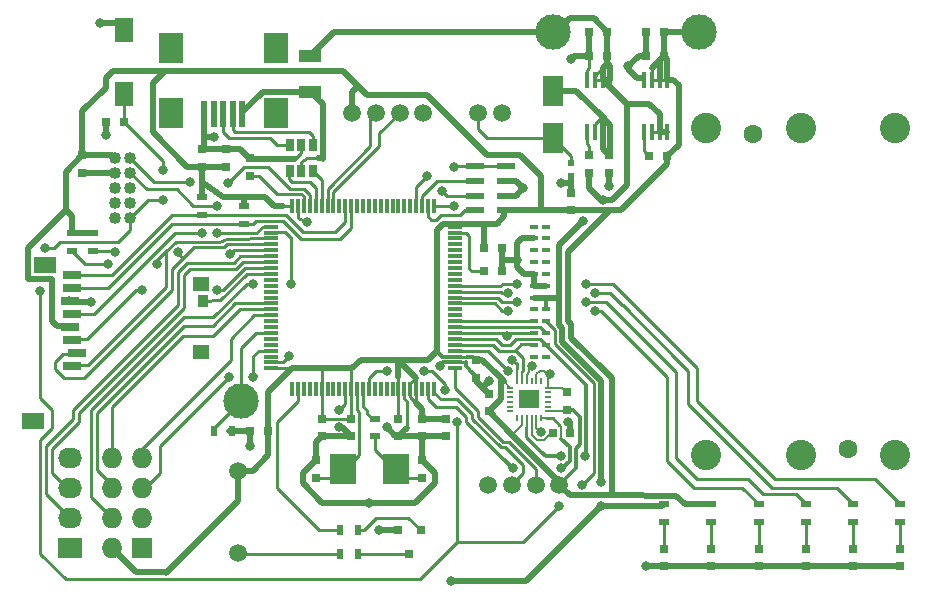
<source format=gtl>
G04 #@! TF.FileFunction,Copper,L1,Top,Signal*
%FSLAX46Y46*%
G04 Gerber Fmt 4.6, Leading zero omitted, Abs format (unit mm)*
G04 Created by KiCad (PCBNEW 4.0.0-rc1-stable) date 20/01/2016 16:24:11*
%MOMM*%
G01*
G04 APERTURE LIST*
%ADD10C,0.100000*%
%ADD11R,0.635000X0.300000*%
%ADD12C,1.600200*%
%ADD13C,2.565400*%
%ADD14R,1.400000X1.300000*%
%ADD15R,0.950000X1.000000*%
%ADD16R,1.900000X1.400000*%
%ADD17R,1.500000X0.800000*%
%ADD18R,0.750000X0.800000*%
%ADD19R,0.800000X0.750000*%
%ADD20R,0.797560X0.797560*%
%ADD21R,1.800860X2.499360*%
%ADD22R,0.650000X1.060000*%
%ADD23R,0.300000X1.200000*%
%ADD24R,1.200000X0.300000*%
%ADD25R,0.400000X1.400000*%
%ADD26R,1.500000X0.600000*%
%ADD27C,1.500000*%
%ADD28C,1.016000*%
%ADD29C,2.999740*%
%ADD30R,0.500380X2.301240*%
%ADD31R,1.998980X2.499360*%
%ADD32R,0.800100X0.800100*%
%ADD33R,0.500000X0.900000*%
%ADD34R,0.900000X0.500000*%
%ADD35R,1.600000X2.000000*%
%ADD36R,2.300000X2.500000*%
%ADD37R,0.500000X0.600000*%
%ADD38R,1.900000X1.000000*%
%ADD39R,2.032000X1.727200*%
%ADD40O,2.032000X1.727200*%
%ADD41R,1.727200X1.727200*%
%ADD42O,1.727200X1.727200*%
%ADD43R,0.600000X0.200000*%
%ADD44R,0.200000X0.600000*%
%ADD45R,1.700000X1.540000*%
%ADD46C,0.800000*%
%ADD47C,0.500000*%
%ADD48C,0.300000*%
%ADD49C,0.200000*%
%ADD50C,0.280000*%
%ADD51C,0.250000*%
G04 APERTURE END LIST*
D10*
D11*
X196000000Y-108000000D03*
X196999998Y-108000000D03*
X196000000Y-107000002D03*
X196999998Y-107000002D03*
X196000000Y-106000004D03*
X196999998Y-106000004D03*
X196000000Y-105000006D03*
X196999998Y-105000006D03*
X196000000Y-104000008D03*
X196999998Y-104000008D03*
X196000000Y-103000010D03*
X196999998Y-103000010D03*
X196000000Y-102000012D03*
X196999998Y-102000012D03*
X196000000Y-101000014D03*
X196999998Y-101000014D03*
X196000000Y-100000016D03*
X196999998Y-100000016D03*
X196000000Y-99000018D03*
X196999998Y-99000018D03*
X196000000Y-98000020D03*
X196999998Y-98000020D03*
X196000000Y-97000022D03*
X196999998Y-97000022D03*
D12*
X222559891Y-115849998D03*
X222559891Y-115849998D03*
X214559907Y-89150024D03*
X214559907Y-89150024D03*
D13*
X226559883Y-116350124D03*
X226559883Y-116350124D03*
X210559915Y-116350124D03*
X210559915Y-116350124D03*
X226560899Y-88649898D03*
X226560899Y-88649898D03*
X210558899Y-88649898D03*
X210558899Y-88649898D03*
X218559899Y-88637198D03*
X218559899Y-88637198D03*
X218559899Y-116362824D03*
X218559899Y-116362824D03*
D14*
X167748000Y-101872000D03*
D15*
X167973000Y-103262000D03*
D14*
X167748000Y-107572000D03*
D16*
X154598000Y-100272000D03*
X153598000Y-113422000D03*
D17*
X156888000Y-101062000D03*
X156888000Y-102162000D03*
X156688000Y-103262000D03*
X156888000Y-104362000D03*
X156688000Y-105462000D03*
X156888000Y-106562000D03*
X157288000Y-107662000D03*
X156888000Y-108762000D03*
D18*
X167894000Y-91936000D03*
X167894000Y-90436000D03*
X178000000Y-113250000D03*
X178000000Y-114750000D03*
X177500000Y-118250000D03*
X177500000Y-116750000D03*
X186500000Y-118250000D03*
X186500000Y-116750000D03*
D19*
X161278000Y-88138000D03*
X159778000Y-88138000D03*
D18*
X180500000Y-113250000D03*
X180500000Y-114750000D03*
X186500000Y-113250000D03*
X186500000Y-114750000D03*
X184500000Y-113250000D03*
X184500000Y-114750000D03*
X188500000Y-113250000D03*
X188500000Y-114750000D03*
X191071500Y-108279500D03*
X191071500Y-109779500D03*
D19*
X191750000Y-98778000D03*
X193250000Y-98778000D03*
X191750000Y-100778000D03*
X193250000Y-100778000D03*
D18*
X169926000Y-91936000D03*
X169926000Y-90436000D03*
X171958000Y-92698000D03*
X171958000Y-91198000D03*
D19*
X173470000Y-114300000D03*
X171970000Y-114300000D03*
D18*
X157734000Y-90944000D03*
X157734000Y-92444000D03*
D19*
X207258000Y-91047000D03*
X205758000Y-91047000D03*
X206998000Y-82550000D03*
X205498000Y-82550000D03*
X206998000Y-80518000D03*
X205498000Y-80518000D03*
D18*
X202311000Y-90944000D03*
X202311000Y-92444000D03*
X200660000Y-92444000D03*
X200660000Y-90944000D03*
D19*
X202172000Y-82550000D03*
X200672000Y-82550000D03*
X202172000Y-80518000D03*
X200672000Y-80518000D03*
D18*
X199136000Y-95619000D03*
X199136000Y-94119000D03*
D20*
X207000000Y-124250700D03*
X207000000Y-125749300D03*
X211000000Y-124250700D03*
X211000000Y-125749300D03*
X215000000Y-124250700D03*
X215000000Y-125749300D03*
X219000000Y-124250700D03*
X219000000Y-125749300D03*
X223000000Y-124250700D03*
X223000000Y-125749300D03*
X227000000Y-124250700D03*
X227000000Y-125749300D03*
D21*
X197612000Y-85504020D03*
X197612000Y-89501980D03*
D22*
X177226000Y-90086000D03*
X176276000Y-90086000D03*
X175326000Y-90086000D03*
X175326000Y-92286000D03*
X177226000Y-92286000D03*
X176276000Y-92286000D03*
D23*
X175500000Y-110750000D03*
X176000000Y-110750000D03*
X176500000Y-110750000D03*
X177000000Y-110750000D03*
X177500000Y-110750000D03*
X178000000Y-110750000D03*
X178500000Y-110750000D03*
X179000000Y-110750000D03*
X179500000Y-110750000D03*
X180000000Y-110750000D03*
X180500000Y-110750000D03*
X181000000Y-110750000D03*
X181500000Y-110750000D03*
X182000000Y-110750000D03*
X182500000Y-110750000D03*
X183000000Y-110750000D03*
X183500000Y-110750000D03*
X184000000Y-110750000D03*
X184500000Y-110750000D03*
X185000000Y-110750000D03*
X185500000Y-110750000D03*
X186000000Y-110750000D03*
X186500000Y-110750000D03*
X187000000Y-110750000D03*
X187500000Y-110750000D03*
D24*
X189250000Y-109000000D03*
X189250000Y-108500000D03*
X189250000Y-108000000D03*
X189250000Y-107500000D03*
X189250000Y-107000000D03*
X189250000Y-106500000D03*
X189250000Y-106000000D03*
X189250000Y-105500000D03*
X189250000Y-105000000D03*
X189250000Y-104500000D03*
X189250000Y-104000000D03*
X189250000Y-103500000D03*
X189250000Y-103000000D03*
X189250000Y-102500000D03*
X189250000Y-102000000D03*
X189250000Y-101500000D03*
X189250000Y-101000000D03*
X189250000Y-100500000D03*
X189250000Y-100000000D03*
X189250000Y-99500000D03*
X189250000Y-99000000D03*
X189250000Y-98500000D03*
X189250000Y-98000000D03*
X189250000Y-97500000D03*
X189250000Y-97000000D03*
D23*
X187500000Y-95250000D03*
X187000000Y-95250000D03*
X186500000Y-95250000D03*
X186000000Y-95250000D03*
X185500000Y-95250000D03*
X185000000Y-95250000D03*
X184500000Y-95250000D03*
X184000000Y-95250000D03*
X183500000Y-95250000D03*
X183000000Y-95250000D03*
X182500000Y-95250000D03*
X182000000Y-95250000D03*
X181500000Y-95250000D03*
X181000000Y-95250000D03*
X180500000Y-95250000D03*
X180000000Y-95250000D03*
X179500000Y-95250000D03*
X179000000Y-95250000D03*
X178500000Y-95250000D03*
X178000000Y-95250000D03*
X177500000Y-95250000D03*
X177000000Y-95250000D03*
X176500000Y-95250000D03*
X176000000Y-95250000D03*
X175500000Y-95250000D03*
D24*
X173750000Y-97000000D03*
X173750000Y-97500000D03*
X173750000Y-98000000D03*
X173750000Y-98500000D03*
X173750000Y-99000000D03*
X173750000Y-99500000D03*
X173750000Y-100000000D03*
X173750000Y-100500000D03*
X173750000Y-101000000D03*
X173750000Y-101500000D03*
X173750000Y-102000000D03*
X173750000Y-102500000D03*
X173750000Y-103000000D03*
X173750000Y-103500000D03*
X173750000Y-104000000D03*
X173750000Y-104500000D03*
X173750000Y-105000000D03*
X173750000Y-105500000D03*
X173750000Y-106000000D03*
X173750000Y-106500000D03*
X173750000Y-107000000D03*
X173750000Y-107500000D03*
X173750000Y-108000000D03*
X173750000Y-108500000D03*
X173750000Y-109000000D03*
D25*
X207258000Y-84547000D03*
X206608000Y-84547000D03*
X205958000Y-84547000D03*
X205308000Y-84547000D03*
X205308000Y-88947000D03*
X205958000Y-88947000D03*
X206608000Y-88947000D03*
X207258000Y-88947000D03*
X202438000Y-84582000D03*
X201788000Y-84582000D03*
X201138000Y-84582000D03*
X200488000Y-84582000D03*
X200488000Y-88982000D03*
X201138000Y-88982000D03*
X201788000Y-88982000D03*
X202438000Y-88982000D03*
D26*
X193621000Y-95631000D03*
X193621000Y-94381000D03*
X193621000Y-93131000D03*
X191021000Y-93131000D03*
X191021000Y-94381000D03*
X191021000Y-95631000D03*
X193621000Y-91881000D03*
X191021000Y-91881000D03*
D27*
X180594000Y-87376000D03*
X182594000Y-87376000D03*
X184594000Y-87376000D03*
X186594000Y-87376000D03*
D28*
X160528000Y-91186000D03*
X161798000Y-91186000D03*
X160528000Y-92456000D03*
X161798000Y-92456000D03*
X160528000Y-93726000D03*
X161798000Y-93726000D03*
X160528000Y-94996000D03*
X161798000Y-94996000D03*
X160528000Y-96266000D03*
X161798000Y-96266000D03*
D27*
X198120000Y-118872000D03*
X196120000Y-118872000D03*
X194120000Y-118872000D03*
X192120000Y-118872000D03*
D29*
X209931000Y-80487000D03*
D30*
X171262200Y-87449320D03*
X170462100Y-87449320D03*
X169662000Y-87449320D03*
X168861900Y-87449320D03*
X168061800Y-87449320D03*
D31*
X174112080Y-87350260D03*
X174112080Y-81851160D03*
X165211920Y-87350260D03*
X165211920Y-81851160D03*
D32*
X186370000Y-122697240D03*
X184470000Y-122697240D03*
X185420000Y-124696220D03*
D33*
X170422000Y-114300000D03*
X168922000Y-114300000D03*
D34*
X182500000Y-113250000D03*
X182500000Y-114750000D03*
X171450000Y-95262000D03*
X171450000Y-96762000D03*
X167894000Y-94500000D03*
X167894000Y-96000000D03*
X156845000Y-97548000D03*
X156845000Y-99048000D03*
X158623000Y-97548000D03*
X158623000Y-99048000D03*
X207000000Y-122000000D03*
X207000000Y-120500000D03*
X211000000Y-122000000D03*
X211000000Y-120500000D03*
X215000000Y-122000000D03*
X215000000Y-120500000D03*
X219000000Y-122000000D03*
X219000000Y-120500000D03*
X223000000Y-122000000D03*
X223000000Y-120500000D03*
X227000000Y-122000000D03*
X227000000Y-120500000D03*
D33*
X181090000Y-122682000D03*
X179590000Y-122682000D03*
X181090000Y-124714000D03*
X179590000Y-124714000D03*
D27*
X170942000Y-117658000D03*
X170942000Y-124658000D03*
D35*
X161290000Y-85758000D03*
X161290000Y-80358000D03*
D29*
X171196000Y-111760000D03*
X197612000Y-80518000D03*
D36*
X179800000Y-117500000D03*
X184300000Y-117500000D03*
D37*
X199136000Y-92710000D03*
X199136000Y-91610000D03*
D38*
X177038000Y-82574000D03*
X177038000Y-85574000D03*
D27*
X191262000Y-87376000D03*
X193262000Y-87376000D03*
D39*
X156718000Y-124206000D03*
D40*
X156718000Y-121666000D03*
X156718000Y-119126000D03*
X156718000Y-116586000D03*
D41*
X162814000Y-124206000D03*
D42*
X160274000Y-124206000D03*
X162814000Y-121666000D03*
X160274000Y-121666000D03*
X162814000Y-119126000D03*
X160274000Y-119126000D03*
X162814000Y-116586000D03*
X160274000Y-116586000D03*
D19*
X199060500Y-114490500D03*
X197560500Y-114490500D03*
D18*
X198755000Y-111010000D03*
X198755000Y-112510000D03*
X192151000Y-112637000D03*
X192151000Y-111137000D03*
D43*
X193980000Y-110633000D03*
X193980000Y-111033000D03*
X193980000Y-111433000D03*
X193980000Y-111833000D03*
X193980000Y-112233000D03*
X193980000Y-112633000D03*
D44*
X194580000Y-113233000D03*
X194980000Y-113233000D03*
X195380000Y-113233000D03*
X195780000Y-113233000D03*
X196180000Y-113233000D03*
X196580000Y-113233000D03*
D43*
X197180000Y-112633000D03*
X197180000Y-112233000D03*
X197180000Y-111833000D03*
X197180000Y-111433000D03*
X197180000Y-111033000D03*
X197180000Y-110633000D03*
D44*
X196580000Y-110033000D03*
X196180000Y-110033000D03*
X195780000Y-110033000D03*
X195380000Y-110033000D03*
X194980000Y-110033000D03*
X194580000Y-110033000D03*
D45*
X195580000Y-111633000D03*
D46*
X159250000Y-79750000D03*
X198882000Y-113538000D03*
X192151000Y-110109000D03*
X197358000Y-109474000D03*
X196532500Y-114363500D03*
X188023500Y-108775500D03*
X181991000Y-120396000D03*
X199136000Y-82804000D03*
X182880000Y-122682000D03*
X159766000Y-89281000D03*
X168910000Y-89408000D03*
X175260000Y-107950000D03*
X194564000Y-99822000D03*
X158496000Y-103378000D03*
X205486000Y-125730000D03*
X195072000Y-93726000D03*
X171958000Y-115570000D03*
X176784000Y-96647000D03*
X198247000Y-93345000D03*
X203962000Y-83439000D03*
X202311000Y-93599000D03*
X183500000Y-114000000D03*
X179500000Y-114000000D03*
X179500000Y-112500000D03*
X198120000Y-120650000D03*
X200025000Y-118872000D03*
X154178000Y-102489000D03*
X154559000Y-98806000D03*
X188468000Y-110871000D03*
X183515000Y-109220000D03*
X186626500Y-109220000D03*
X189484000Y-113538000D03*
X164592000Y-92202000D03*
X164592000Y-94742000D03*
X201676000Y-118618000D03*
X201676000Y-120650000D03*
X201803000Y-94742000D03*
X200152000Y-96520000D03*
X188976000Y-127000000D03*
X194564000Y-101854000D03*
X200406000Y-101854000D03*
X201168000Y-104140000D03*
X193802000Y-104140000D03*
X200406000Y-103378000D03*
X194564000Y-103378000D03*
X200279000Y-116459000D03*
X198247000Y-116459000D03*
X193675000Y-106235500D03*
X194119500Y-108267500D03*
X172212000Y-109728000D03*
X170180000Y-109728000D03*
X189230000Y-95250000D03*
X189230000Y-91948000D03*
X186944000Y-92710000D03*
X188214000Y-93980000D03*
X166878000Y-93218000D03*
X170053000Y-93345000D03*
X169164000Y-95250000D03*
X169164000Y-97536000D03*
X172212000Y-101854000D03*
X175387000Y-101854000D03*
X159893000Y-100203000D03*
X164084000Y-100203000D03*
X160528000Y-99187000D03*
X165862000Y-99187000D03*
X170281600Y-99314000D03*
X167894000Y-97536000D03*
X162814000Y-102362000D03*
X169164000Y-102362000D03*
X201168000Y-102616000D03*
X193802000Y-102616000D03*
X194183000Y-117475000D03*
X198247000Y-117475000D03*
X195834000Y-108839000D03*
X193802000Y-109220000D03*
D47*
X164719000Y-83820000D02*
X160320000Y-83820000D01*
X157750000Y-87250000D02*
X157750000Y-90928000D01*
X159750000Y-85250000D02*
X157750000Y-87250000D01*
X159750000Y-84390000D02*
X159750000Y-85250000D01*
X160320000Y-83820000D02*
X159750000Y-84390000D01*
X157750000Y-90928000D02*
X157734000Y-90944000D01*
X198120000Y-118618000D02*
X194119500Y-114617500D01*
D48*
X199898000Y-113157000D02*
X199898000Y-115443000D01*
X198755000Y-112510000D02*
X199251000Y-112510000D01*
X199251000Y-112510000D02*
X199898000Y-113157000D01*
X199517000Y-117475000D02*
X198120000Y-118872000D01*
X199517000Y-115824000D02*
X199517000Y-117475000D01*
X199898000Y-115443000D02*
X199517000Y-115824000D01*
D47*
X202564648Y-119752267D02*
X202564648Y-109854648D01*
X202057030Y-109347030D02*
X199136000Y-106426000D01*
X199136000Y-106426000D02*
X199136000Y-105283000D01*
X199136000Y-105283000D02*
X198882000Y-105029000D01*
X198882000Y-105029000D02*
X198882000Y-99184462D01*
X202564648Y-109854648D02*
X202057030Y-109347030D01*
D49*
X197180000Y-112633000D02*
X198632000Y-112633000D01*
X198632000Y-112633000D02*
X198755000Y-112510000D01*
D47*
X193167000Y-109855000D02*
X193167000Y-111621000D01*
X193167000Y-111621000D02*
X192151000Y-112637000D01*
X194119500Y-114617500D02*
X194119500Y-114605500D01*
X194119500Y-114605500D02*
X192151000Y-112637000D01*
D49*
X194980000Y-113233000D02*
X194980000Y-113757000D01*
X194980000Y-113757000D02*
X194119500Y-114617500D01*
D47*
X198120000Y-118872000D02*
X198120000Y-118618000D01*
D49*
X193980000Y-110633000D02*
X193945000Y-110633000D01*
X193945000Y-110633000D02*
X193421000Y-110109000D01*
D47*
X191071500Y-108279500D02*
X191591500Y-108279500D01*
X191591500Y-108279500D02*
X192913000Y-109601000D01*
X192913000Y-109601000D02*
X193167000Y-109855000D01*
X193167000Y-109855000D02*
X193421000Y-110109000D01*
X193421000Y-110109000D02*
X193294000Y-109982000D01*
X184500000Y-108300000D02*
X186968200Y-108300000D01*
X186968200Y-108300000D02*
X187750000Y-107518200D01*
D48*
X189250000Y-108000000D02*
X188231800Y-108000000D01*
X188231800Y-108000000D02*
X187750000Y-107518200D01*
D47*
X188250000Y-96750000D02*
X189250000Y-96750000D01*
X187750000Y-97250000D02*
X187750000Y-107518200D01*
X188250000Y-96750000D02*
X187750000Y-97250000D01*
X198120000Y-118872000D02*
X197866000Y-118872000D01*
D48*
X190792800Y-108000800D02*
X190296800Y-108000800D01*
D50*
X190296800Y-108000800D02*
X189250000Y-108000000D01*
D48*
X190792800Y-108000800D02*
X191071500Y-108279500D01*
D47*
X198882000Y-99184462D02*
X202438007Y-95628455D01*
X198882000Y-99184462D02*
X198882000Y-99187000D01*
X180467000Y-109000000D02*
X180560000Y-109000000D01*
X180560000Y-109000000D02*
X181310000Y-108250000D01*
X178000000Y-109000000D02*
X180467000Y-109000000D01*
X180467000Y-109000000D02*
X180500000Y-109000000D01*
X208018500Y-119768500D02*
X208750000Y-120500000D01*
X211000000Y-120500000D02*
X208750000Y-120500000D01*
X202057030Y-119750756D02*
X202564648Y-119752267D01*
X198120000Y-118872000D02*
X198998000Y-119750000D01*
X198998000Y-119750000D02*
X202057030Y-119750756D01*
X202564648Y-119752267D02*
X208018500Y-119768500D01*
X164846000Y-126238000D02*
X162306000Y-126238000D01*
X162306000Y-126238000D02*
X160274000Y-124206000D01*
X164890998Y-126238000D02*
X164846000Y-126238000D01*
X170942000Y-117658000D02*
X170942000Y-120186998D01*
X164846000Y-126282998D02*
X164846000Y-126238000D01*
X164846000Y-126238000D02*
X164846000Y-126238000D01*
X170942000Y-120186998D02*
X164846000Y-126282998D01*
X173470000Y-115570000D02*
X173470000Y-116344000D01*
X172156000Y-117658000D02*
X170942000Y-117658000D01*
X173470000Y-116344000D02*
X172156000Y-117658000D01*
X153162000Y-99695000D02*
X153162000Y-101473000D01*
X153162000Y-99695000D02*
X153162000Y-98806000D01*
X156337000Y-95631000D02*
X153162000Y-98806000D01*
X155575000Y-105410000D02*
X156636000Y-105410000D01*
X155194000Y-105029000D02*
X155575000Y-105410000D01*
X155194000Y-101473000D02*
X155194000Y-105029000D01*
X153162000Y-101473000D02*
X155194000Y-101473000D01*
X156845000Y-97548000D02*
X158623000Y-97548000D01*
X156337000Y-95631000D02*
X156845000Y-96139000D01*
X156845000Y-96139000D02*
X156845000Y-97548000D01*
X184500000Y-108300000D02*
X184500000Y-109728000D01*
D50*
X184500000Y-109728000D02*
X184500000Y-110750000D01*
D47*
X185975000Y-109775000D02*
X184500000Y-108300000D01*
X184500000Y-108300000D02*
X184500000Y-108250000D01*
D50*
X185500000Y-110250000D02*
X185975000Y-109775000D01*
X186000000Y-110750000D02*
X185975000Y-109775000D01*
D47*
X164846000Y-126238000D02*
X164846000Y-126238000D01*
X164719000Y-83820000D02*
X163703000Y-84836000D01*
X164973000Y-83820000D02*
X164719000Y-83820000D01*
X163703000Y-84836000D02*
X163703000Y-89027000D01*
X163703000Y-89027000D02*
X166624000Y-91948000D01*
X166624000Y-91948000D02*
X166636000Y-91936000D01*
X166636000Y-91936000D02*
X167894000Y-91936000D01*
X170688000Y-83820000D02*
X164973000Y-83820000D01*
X179578000Y-83820000D02*
X170688000Y-83820000D01*
X179832000Y-83820000D02*
X181102000Y-85090000D01*
X179578000Y-83820000D02*
X179832000Y-83820000D01*
X167894000Y-91936000D02*
X169926000Y-91936000D01*
X167894000Y-93218000D02*
X167894000Y-94500000D01*
X156337000Y-95631000D02*
X156337000Y-92341000D01*
X156337000Y-92341000D02*
X157734000Y-90944000D01*
X156636000Y-105410000D02*
X156688000Y-105462000D01*
X167894000Y-93218000D02*
X167894000Y-93230000D01*
X167894000Y-93230000D02*
X167894000Y-91936000D01*
X157734000Y-90944000D02*
X157722000Y-90932000D01*
X160528000Y-91186000D02*
X160286000Y-90944000D01*
X160286000Y-90944000D02*
X157734000Y-90944000D01*
X171450000Y-95262000D02*
X171450000Y-94488000D01*
X167894000Y-93218000D02*
X167906000Y-93206000D01*
X167894000Y-93218000D02*
X169672000Y-94488000D01*
X169672000Y-94488000D02*
X170434000Y-94488000D01*
X180594000Y-87376000D02*
X180594000Y-85598000D01*
X180594000Y-85598000D02*
X181102000Y-85090000D01*
X181102000Y-85090000D02*
X181864000Y-85852000D01*
X192278000Y-90932000D02*
X192024000Y-90932000D01*
X192278000Y-90932000D02*
X194818000Y-90932000D01*
X194818000Y-90932000D02*
X196596000Y-92710000D01*
X196596000Y-95619000D02*
X196596000Y-92710000D01*
X192024000Y-90932000D02*
X186944000Y-85852000D01*
X181864000Y-85852000D02*
X186944000Y-85852000D01*
X180594000Y-87376000D02*
X180594000Y-87122000D01*
D50*
X178000000Y-110750000D02*
X178000000Y-109000000D01*
X180500000Y-110750000D02*
X180500000Y-109000000D01*
D47*
X175480000Y-109000000D02*
X178000000Y-109000000D01*
X181310000Y-108250000D02*
X184500000Y-108250000D01*
X173470000Y-115582000D02*
X173470000Y-115570000D01*
X173470000Y-115570000D02*
X173470000Y-114300000D01*
X173470000Y-114300000D02*
X173470000Y-111010000D01*
X173470000Y-111010000D02*
X175480000Y-109000000D01*
D50*
X175500000Y-95250000D02*
X174752000Y-95250000D01*
D47*
X170434000Y-94488000D02*
X171450000Y-94488000D01*
X171450000Y-94488000D02*
X173228000Y-94488000D01*
X173228000Y-94488000D02*
X173990000Y-95250000D01*
X173990000Y-95250000D02*
X174752000Y-95250000D01*
X191750000Y-98778000D02*
X191750000Y-96750000D01*
X189250000Y-96750000D02*
X191750000Y-96750000D01*
X191750000Y-96750000D02*
X192810000Y-96750000D01*
X193421000Y-96139000D02*
X193421000Y-95631000D01*
X192810000Y-96750000D02*
X193421000Y-96139000D01*
X199136000Y-95619000D02*
X196596000Y-95619000D01*
X196596000Y-95619000D02*
X193433000Y-95619000D01*
X193433000Y-95619000D02*
X193421000Y-95631000D01*
X207258000Y-91047000D02*
X207258000Y-91700000D01*
X207258000Y-91700000D02*
X203327000Y-95631000D01*
X203327000Y-95631000D02*
X202438007Y-95628455D01*
X202438007Y-95628455D02*
X202311008Y-95628091D01*
X202311008Y-95628091D02*
X199136000Y-95619000D01*
D50*
X207258000Y-84547000D02*
X205958000Y-84547000D01*
D47*
X207258000Y-84547000D02*
X207258000Y-82810000D01*
X207258000Y-82810000D02*
X206998000Y-82550000D01*
X206608000Y-84547000D02*
X206608000Y-82940000D01*
X206608000Y-82940000D02*
X206998000Y-82550000D01*
D50*
X205958000Y-84547000D02*
X205958000Y-83590000D01*
D47*
X205958000Y-83590000D02*
X206998000Y-82550000D01*
X206998000Y-80518000D02*
X209900000Y-80518000D01*
X209900000Y-80518000D02*
X209931000Y-80487000D01*
X206998000Y-82550000D02*
X206998000Y-80518000D01*
D50*
X173750000Y-109000000D02*
X175480000Y-109000000D01*
D47*
X184500000Y-108250000D02*
X184500000Y-108250000D01*
D50*
X189250000Y-97000000D02*
X189250000Y-96750000D01*
D47*
X189250000Y-96750000D02*
X189250000Y-96750000D01*
D50*
X185500000Y-110750000D02*
X185500000Y-110250000D01*
D47*
X208258000Y-85047000D02*
X208258000Y-90047000D01*
X207258000Y-84547000D02*
X207758000Y-84547000D01*
X207758000Y-84547000D02*
X208258000Y-85047000D01*
X208258000Y-90047000D02*
X207258000Y-91047000D01*
D50*
X178000000Y-113250000D02*
X180500000Y-113250000D01*
D47*
X188500000Y-113250000D02*
X186500000Y-113250000D01*
D51*
X185500000Y-111463590D02*
X186249945Y-112213535D01*
D47*
X186249945Y-112213535D02*
X186500000Y-112463590D01*
D50*
X186000000Y-110750000D02*
X186000000Y-111963590D01*
D47*
X186000000Y-111963590D02*
X186249945Y-112213535D01*
D51*
X185500000Y-110750000D02*
X185500000Y-111463590D01*
D47*
X186500000Y-112463590D02*
X186500000Y-112600000D01*
X186500000Y-112600000D02*
X186500000Y-113250000D01*
D50*
X178000000Y-110750000D02*
X178000000Y-111600000D01*
X178000000Y-111600000D02*
X178000000Y-113250000D01*
X184500000Y-110750000D02*
X184500000Y-113250000D01*
X180500000Y-110750000D02*
X180500000Y-113250000D01*
D47*
X159250000Y-79750000D02*
X160682000Y-79750000D01*
X160682000Y-79750000D02*
X161290000Y-80358000D01*
X199060500Y-114490500D02*
X199060500Y-113716500D01*
D49*
X197180000Y-110633000D02*
X198378000Y-110633000D01*
X198378000Y-110633000D02*
X198755000Y-111010000D01*
D47*
X191510000Y-110496000D02*
X191764000Y-110496000D01*
X191764000Y-110496000D02*
X192151000Y-110109000D01*
X191071500Y-109779500D02*
X191071500Y-110057500D01*
X191071500Y-110057500D02*
X191510000Y-110496000D01*
X191510000Y-110496000D02*
X192151000Y-111137000D01*
D49*
X197180000Y-109601000D02*
X197231000Y-109601000D01*
X197231000Y-109601000D02*
X197358000Y-109474000D01*
X196469000Y-109220000D02*
X196850000Y-109220000D01*
X196180000Y-109509000D02*
X196469000Y-109220000D01*
X196180000Y-110033000D02*
X196180000Y-109509000D01*
X197180000Y-109550000D02*
X197180000Y-109601000D01*
X197180000Y-109601000D02*
X197180000Y-110633000D01*
X196850000Y-109220000D02*
X197180000Y-109550000D01*
X198806500Y-113613500D02*
X198882000Y-113538000D01*
X196180000Y-113233000D02*
X196180000Y-114011000D01*
X196180000Y-114011000D02*
X196532500Y-114363500D01*
D48*
X189250000Y-108500000D02*
X188299000Y-108500000D01*
X188299000Y-108500000D02*
X188023500Y-108775500D01*
X191071500Y-109779500D02*
X191071500Y-109664500D01*
X191071500Y-109664500D02*
X190588900Y-109181900D01*
X190588900Y-109181900D02*
X190500000Y-109093000D01*
X190246000Y-108500000D02*
X190246000Y-108839000D01*
D50*
X189250000Y-108500000D02*
X190246000Y-108500000D01*
D48*
X190246000Y-108839000D02*
X190500000Y-109093000D01*
D47*
X187579000Y-118745000D02*
X185928000Y-120396000D01*
X176403000Y-117856000D02*
X176403000Y-118745000D01*
X176403000Y-118745000D02*
X178054000Y-120396000D01*
X187579000Y-117856000D02*
X187579000Y-117829000D01*
X187579000Y-117829000D02*
X186500000Y-116750000D01*
X177500000Y-116750000D02*
X177500000Y-116759000D01*
X177500000Y-116759000D02*
X176403000Y-117856000D01*
X178054000Y-120396000D02*
X181991000Y-120396000D01*
X181991000Y-120396000D02*
X185928000Y-120396000D01*
X187579000Y-118745000D02*
X187579000Y-117856000D01*
X200672000Y-82550000D02*
X199390000Y-82550000D01*
X199390000Y-82550000D02*
X199136000Y-82804000D01*
X184470000Y-122697240D02*
X182895240Y-122697240D01*
X182895240Y-122697240D02*
X182880000Y-122682000D01*
X159778000Y-88138000D02*
X159766000Y-88150000D01*
X159766000Y-88150000D02*
X159766000Y-89281000D01*
X161290000Y-80358000D02*
X161196000Y-80264000D01*
X168910000Y-89408000D02*
X168021000Y-89408000D01*
X168061800Y-87449320D02*
X168021000Y-87490120D01*
X168021000Y-87490120D02*
X168021000Y-89408000D01*
X168021000Y-89408000D02*
X168021000Y-90309000D01*
X168021000Y-90309000D02*
X167894000Y-90436000D01*
D50*
X174710000Y-108500000D02*
X175260000Y-107950000D01*
X173750000Y-108500000D02*
X174710000Y-108500000D01*
D47*
X196000000Y-98000020D02*
X194988980Y-98000020D01*
X194988980Y-98000020D02*
X194564000Y-98425000D01*
X194564000Y-98425000D02*
X194564000Y-99822000D01*
X161290000Y-80772000D02*
X161290000Y-80358000D01*
X156688000Y-103262000D02*
X156804000Y-103378000D01*
X156804000Y-103378000D02*
X158496000Y-103378000D01*
X156636000Y-103124000D02*
X156688000Y-103176000D01*
X207000000Y-125749300D02*
X206980700Y-125730000D01*
X206980700Y-125730000D02*
X205486000Y-125730000D01*
X175704000Y-91250000D02*
X171912000Y-91250000D01*
D50*
X176276000Y-90086000D02*
X176276000Y-90805000D01*
X176276000Y-90805000D02*
X175704000Y-91250000D01*
D47*
X167894000Y-90436000D02*
X169926000Y-90436000D01*
X169926000Y-90436000D02*
X169938000Y-90424000D01*
X169938000Y-90424000D02*
X171086000Y-90424000D01*
X171086000Y-90424000D02*
X171912000Y-91250000D01*
X157734000Y-92444000D02*
X157746000Y-92456000D01*
X157746000Y-92456000D02*
X160528000Y-92456000D01*
X193421000Y-93131000D02*
X194477000Y-93131000D01*
X194417000Y-94381000D02*
X193421000Y-94381000D01*
X194417000Y-94381000D02*
X195072000Y-93726000D01*
X194477000Y-93131000D02*
X195072000Y-93726000D01*
X170180000Y-114288000D02*
X171958000Y-114288000D01*
X171958000Y-114288000D02*
X171958000Y-115570000D01*
D50*
X176000000Y-95250000D02*
X176000000Y-96244000D01*
X176000000Y-96244000D02*
X176784000Y-96647000D01*
D47*
X198247000Y-93345000D02*
X199136000Y-93345000D01*
X194564000Y-99822000D02*
X194564000Y-100457000D01*
X195107014Y-101000014D02*
X196000000Y-101000014D01*
X194564000Y-100457000D02*
X195107014Y-101000014D01*
X194564000Y-99822000D02*
X193250000Y-99822000D01*
X199136000Y-92710000D02*
X199136000Y-93345000D01*
X199136000Y-93345000D02*
X199136000Y-94119000D01*
X205216000Y-84455000D02*
X204724000Y-84455000D01*
X203962000Y-83693000D02*
X204724000Y-84455000D01*
X204851000Y-82550000D02*
X203962000Y-83439000D01*
X204851000Y-82550000D02*
X205498000Y-82550000D01*
X203962000Y-83439000D02*
X203962000Y-83693000D01*
D50*
X205216000Y-84455000D02*
X205308000Y-84547000D01*
D47*
X202311000Y-92444000D02*
X202311000Y-93599000D01*
D50*
X200672000Y-82550000D02*
X200672000Y-83554000D01*
X200488000Y-83738000D02*
X200488000Y-84582000D01*
X200672000Y-83554000D02*
X200488000Y-83738000D01*
D47*
X205498000Y-80518000D02*
X205498000Y-82550000D01*
X200672000Y-80518000D02*
X200672000Y-82550000D01*
X223000000Y-125749300D02*
X227000000Y-125749300D01*
X223000000Y-125749300D02*
X219000000Y-125749300D01*
X215000000Y-125749300D02*
X219000000Y-125749300D01*
X211000000Y-125749300D02*
X215000000Y-125749300D01*
X207000000Y-125749300D02*
X211000000Y-125749300D01*
X227000000Y-125749300D02*
X226500700Y-125749300D01*
X226500700Y-125749300D02*
X226500000Y-125750000D01*
X226500000Y-125750000D02*
X226500000Y-125749300D01*
X184500000Y-114750000D02*
X184250000Y-114750000D01*
X184250000Y-114750000D02*
X183500000Y-114000000D01*
X179500000Y-114000000D02*
X179750000Y-114000000D01*
X179750000Y-114000000D02*
X180500000Y-114750000D01*
D50*
X180000000Y-110750000D02*
X180000000Y-112000000D01*
X180000000Y-112000000D02*
X179500000Y-112500000D01*
D47*
X193225000Y-98778000D02*
X193250000Y-98778000D01*
X186500000Y-114750000D02*
X186500000Y-116750000D01*
X177500000Y-116750000D02*
X177500000Y-115250000D01*
X177500000Y-115250000D02*
X178000000Y-114750000D01*
X195999988Y-102000000D02*
X196000000Y-102000012D01*
X195822200Y-101000014D02*
X196000000Y-101000014D01*
X196000000Y-102000012D02*
X196000000Y-101000014D01*
X196000000Y-102000012D02*
X196999998Y-102000012D01*
X193250000Y-98778000D02*
X193250000Y-99822000D01*
X193250000Y-99822000D02*
X193250000Y-100778000D01*
X186500000Y-114750000D02*
X184500000Y-114750000D01*
X188500000Y-114750000D02*
X186500000Y-114750000D01*
X178000000Y-114750000D02*
X180500000Y-114750000D01*
D50*
X185000000Y-110750000D02*
X185000000Y-111600000D01*
D51*
X185000000Y-111600000D02*
X185200001Y-111800001D01*
X185200001Y-111800001D02*
X185200001Y-114024999D01*
D47*
X185200001Y-114024999D02*
X184500000Y-114725000D01*
X184500000Y-114725000D02*
X184500000Y-114750000D01*
X180500000Y-114725000D02*
X180500000Y-114750000D01*
D49*
X196189950Y-113252948D02*
X196170002Y-113233000D01*
X196170002Y-113233000D02*
X196180000Y-113233000D01*
D50*
X180000000Y-117500000D02*
X181200001Y-116299999D01*
X181000000Y-111600000D02*
X181000000Y-110750000D01*
X181000000Y-112500000D02*
X181000000Y-111600000D01*
D51*
X181200001Y-112700001D02*
X181000000Y-112500000D01*
X181200001Y-116299999D02*
X181200001Y-112700001D01*
D50*
X177500000Y-118250000D02*
X179250000Y-118250000D01*
X179250000Y-118250000D02*
X180000000Y-117500000D01*
X184100000Y-117500000D02*
X182500000Y-115900000D01*
X182500000Y-115900000D02*
X182500000Y-114750000D01*
X186500000Y-118250000D02*
X184850000Y-118250000D01*
X184850000Y-118250000D02*
X184100000Y-117500000D01*
X184000000Y-117400000D02*
X184100000Y-117500000D01*
X200533000Y-109728000D02*
X197739000Y-106934000D01*
X197739000Y-106934000D02*
X197739000Y-105739008D01*
X196999998Y-105000006D02*
X197739000Y-105739008D01*
X195072000Y-123698000D02*
X189484000Y-123698000D01*
X195072000Y-123698000D02*
X198120000Y-120650000D01*
X201041000Y-110236000D02*
X200533000Y-109728000D01*
X201041000Y-117856000D02*
X201041000Y-110236000D01*
X200025000Y-118872000D02*
X201041000Y-117856000D01*
X189484000Y-120396000D02*
X189484000Y-113538000D01*
X154178000Y-110236000D02*
X154178000Y-111506000D01*
X155829000Y-98298000D02*
X155321000Y-98806000D01*
X161798000Y-97282000D02*
X160782000Y-98298000D01*
X160782000Y-98298000D02*
X155829000Y-98298000D01*
X161798000Y-96266000D02*
X161798000Y-97282000D01*
X154178000Y-102489000D02*
X154178000Y-110236000D01*
X155321000Y-98806000D02*
X154559000Y-98806000D01*
X154178000Y-124714000D02*
X156337000Y-126873000D01*
X154178000Y-115062000D02*
X154178000Y-124714000D01*
X155194000Y-114046000D02*
X154178000Y-115062000D01*
X155194000Y-112522000D02*
X155194000Y-114046000D01*
X154178000Y-111506000D02*
X155194000Y-112522000D01*
X156337000Y-126873000D02*
X180213000Y-126873000D01*
X186309000Y-126873000D02*
X189484000Y-123698000D01*
X180213000Y-126873000D02*
X186309000Y-126873000D01*
X189484000Y-123698000D02*
X189484000Y-120396000D01*
X187325000Y-109220000D02*
X188468000Y-110363000D01*
X188468000Y-110363000D02*
X188468000Y-110871000D01*
X181991000Y-109855000D02*
X181991000Y-110741000D01*
X181991000Y-109855000D02*
X182626000Y-109220000D01*
X182626000Y-109220000D02*
X183515000Y-109220000D01*
X186626500Y-109220000D02*
X187325000Y-109220000D01*
X182000000Y-110750000D02*
X181991000Y-110741000D01*
X161278000Y-88138000D02*
X164592000Y-91452000D01*
X161798000Y-96266000D02*
X163322000Y-94742000D01*
X164592000Y-92202000D02*
X164592000Y-91452000D01*
X163322000Y-94742000D02*
X164592000Y-94742000D01*
X164592000Y-91452000D02*
X164592000Y-91440000D01*
X161405000Y-88265000D02*
X161278000Y-88138000D01*
X161290000Y-85758000D02*
X161278000Y-85770000D01*
X161278000Y-85770000D02*
X161278000Y-88138000D01*
X189250000Y-97500000D02*
X190210000Y-97500000D01*
X190694000Y-100778000D02*
X191750000Y-100778000D01*
X190500000Y-100584000D02*
X190694000Y-100778000D01*
X190500000Y-97790000D02*
X190500000Y-100584000D01*
X190210000Y-97500000D02*
X190500000Y-97790000D01*
D51*
X174244000Y-94234000D02*
X176276000Y-94234000D01*
D50*
X171958000Y-92698000D02*
X172708000Y-92698000D01*
X174244000Y-94234000D02*
X172708000Y-92698000D01*
D51*
X176479200Y-94437200D02*
X176276000Y-94234000D01*
D50*
X176479200Y-94488000D02*
X176479200Y-94437200D01*
D51*
X176479200Y-94488000D02*
X176479200Y-95229200D01*
X176500000Y-95250000D02*
X176479200Y-95229200D01*
D50*
X171912000Y-92775000D02*
X171912000Y-92750000D01*
X205308000Y-88947000D02*
X205308000Y-90597000D01*
X205308000Y-90597000D02*
X205758000Y-91047000D01*
D47*
X197612000Y-85504020D02*
X199550020Y-85504020D01*
X199550020Y-85504020D02*
X201803000Y-87757000D01*
X202438000Y-88982000D02*
X202438000Y-90817000D01*
X202438000Y-90817000D02*
X202311000Y-90944000D01*
X201788000Y-88982000D02*
X201788000Y-90421000D01*
X201788000Y-90421000D02*
X202311000Y-90944000D01*
X202438000Y-88982000D02*
X202438000Y-88392000D01*
X202438000Y-88392000D02*
X201803000Y-87757000D01*
X201803000Y-87630000D02*
X201803000Y-87757000D01*
X201803000Y-87757000D02*
X201803000Y-88967000D01*
X201803000Y-88967000D02*
X201788000Y-88982000D01*
D50*
X201138000Y-88982000D02*
X201138000Y-88295000D01*
X201138000Y-88295000D02*
X201803000Y-87630000D01*
D47*
X201676000Y-118618000D02*
X201676000Y-110036998D01*
X198374000Y-105553762D02*
X198120000Y-105299762D01*
X198120000Y-103000010D02*
X198120000Y-105299762D01*
X198374000Y-106734998D02*
X198374000Y-106172000D01*
X201168000Y-109528998D02*
X198374000Y-106734998D01*
X198374000Y-106172000D02*
X198374000Y-105553762D01*
X201676000Y-110036998D02*
X201168000Y-109528998D01*
X188976000Y-127000000D02*
X195326000Y-127000000D01*
X195326000Y-127000000D02*
X196088000Y-126238000D01*
X196088000Y-126238000D02*
X201676000Y-120650000D01*
X201676000Y-120650000D02*
X206850000Y-120650000D01*
X206850000Y-120650000D02*
X207000000Y-120500000D01*
D48*
X196999998Y-104000008D02*
X196999998Y-103000010D01*
D47*
X196999998Y-103000010D02*
X198120000Y-103000010D01*
X198120000Y-103000010D02*
X198120000Y-98552000D01*
X201803000Y-94742000D02*
X201676000Y-94742000D01*
X198120000Y-98552000D02*
X200152000Y-96520000D01*
X201676000Y-120650000D02*
X201676000Y-120650000D01*
X188976000Y-127000000D02*
X188976000Y-127000000D01*
X180086000Y-80542000D02*
X179070000Y-80542000D01*
X197588000Y-80542000D02*
X180086000Y-80542000D01*
X179070000Y-80542000D02*
X177038000Y-82574000D01*
X197588000Y-80542000D02*
X197612000Y-80518000D01*
X200660000Y-92444000D02*
X200660000Y-93726000D01*
X200660000Y-93726000D02*
X201676000Y-94742000D01*
X201676000Y-94742000D02*
X201930000Y-94742000D01*
X202565000Y-94742000D02*
X203835000Y-93472000D01*
X201930000Y-94742000D02*
X202565000Y-94742000D01*
X203835000Y-93472000D02*
X203835000Y-86621500D01*
D50*
X205958000Y-88947000D02*
X206608000Y-88947000D01*
D47*
X206608000Y-88947000D02*
X207258000Y-88947000D01*
X203827500Y-86621500D02*
X203835000Y-86621500D01*
X203835000Y-86621500D02*
X205732500Y-86621500D01*
X206608000Y-87497000D02*
X206608000Y-88947000D01*
X205732500Y-86621500D02*
X206608000Y-87497000D01*
X203827500Y-86621500D02*
X201788000Y-84582000D01*
X201788000Y-84582000D02*
X202438000Y-84582000D01*
D50*
X201138000Y-84582000D02*
X201138000Y-84231000D01*
X201138000Y-84231000D02*
X202184000Y-83185000D01*
X201138000Y-84582000D02*
X201788000Y-84582000D01*
D47*
X202438000Y-84582000D02*
X202438000Y-83439000D01*
X202438000Y-83439000D02*
X202184000Y-83185000D01*
X202184000Y-83185000D02*
X202172000Y-83173000D01*
X201788000Y-84582000D02*
X201788000Y-83581000D01*
X202172000Y-83197000D02*
X202172000Y-83173000D01*
X202172000Y-83173000D02*
X202172000Y-82550000D01*
X201788000Y-83581000D02*
X202172000Y-83197000D01*
X197612000Y-80518000D02*
X197866000Y-80518000D01*
X197866000Y-80518000D02*
X199009000Y-79375000D01*
X199009000Y-79375000D02*
X201029000Y-79375000D01*
X201029000Y-79375000D02*
X202172000Y-80518000D01*
X202172000Y-80518000D02*
X202172000Y-82550000D01*
X197612000Y-81026000D02*
X197866000Y-81026000D01*
X196000000Y-103000010D02*
X196999998Y-103000010D01*
D50*
X200660000Y-90944000D02*
X200660000Y-90170000D01*
X200488000Y-89998000D02*
X200488000Y-88982000D01*
X200660000Y-90170000D02*
X200488000Y-89998000D01*
X207000000Y-122000000D02*
X207000000Y-124250700D01*
X211000000Y-122000000D02*
X211000000Y-124250700D01*
X215000000Y-122000000D02*
X215000000Y-124250700D01*
X219000000Y-122000000D02*
X219000000Y-124250700D01*
X223000000Y-122000000D02*
X223000000Y-124250700D01*
X227000000Y-122000000D02*
X227000000Y-124250700D01*
D47*
X178117500Y-91186000D02*
X177673000Y-91186000D01*
D50*
X176276000Y-91567000D02*
X176720500Y-91186000D01*
X176720500Y-91186000D02*
X177673000Y-91186000D01*
X176276000Y-91567000D02*
X176276000Y-92286000D01*
D47*
X177038000Y-85574000D02*
X178117500Y-86653500D01*
X178117500Y-86653500D02*
X178117500Y-91186000D01*
X178117500Y-91186000D02*
X178117500Y-91249500D01*
X177038000Y-85574000D02*
X172998000Y-85574000D01*
X172998000Y-85574000D02*
X171262200Y-87309800D01*
X171262200Y-87309800D02*
X171262200Y-87449320D01*
X171262200Y-87449320D02*
X171262200Y-87055800D01*
X171262200Y-86899800D02*
X171262200Y-87449320D01*
D50*
X176911007Y-89025208D02*
X177226000Y-89340201D01*
X170462100Y-87449320D02*
X170462100Y-88800100D01*
X170688108Y-89000105D02*
X170462100Y-88800100D01*
X176911007Y-89025208D02*
X170688108Y-89000105D01*
X177226000Y-89340201D02*
X177226000Y-90086000D01*
X173662000Y-89500000D02*
X174248000Y-90086000D01*
X169662000Y-89000000D02*
X170162000Y-89500000D01*
X169662000Y-87449320D02*
X169662000Y-89000000D01*
X170162000Y-89500000D02*
X173662000Y-89500000D01*
X174248000Y-90086000D02*
X175326000Y-90086000D01*
D51*
X177500000Y-95250000D02*
X177482500Y-95232500D01*
X177482500Y-95232500D02*
X177482500Y-93726000D01*
D50*
X175260000Y-92964000D02*
X175260000Y-92352000D01*
X175514000Y-93218000D02*
X175260000Y-92964000D01*
X175831500Y-93218000D02*
X175514000Y-93218000D01*
X176974500Y-93218000D02*
X175831500Y-93218000D01*
X177482500Y-93726000D02*
X176974500Y-93218000D01*
X175260000Y-92352000D02*
X175326000Y-92286000D01*
X178000000Y-95250000D02*
X177990500Y-95240500D01*
X177990500Y-95240500D02*
X177990500Y-93050500D01*
X177990500Y-93050500D02*
X177226000Y-92286000D01*
X189250000Y-102000000D02*
X193148000Y-102000000D01*
X193294000Y-101854000D02*
X194564000Y-101854000D01*
X193148000Y-102000000D02*
X193294000Y-101854000D01*
X224864000Y-118364000D02*
X227000000Y-120500000D01*
X202692000Y-101854000D02*
X209804000Y-108966000D01*
X209804000Y-108966000D02*
X209804000Y-111760000D01*
X200406000Y-101854000D02*
X202692000Y-101854000D01*
X209804000Y-111760000D02*
X216408000Y-118364000D01*
X216408000Y-118364000D02*
X221996000Y-118364000D01*
X224864000Y-118364000D02*
X221996000Y-118364000D01*
X194418000Y-102000000D02*
X194564000Y-101854000D01*
X176000000Y-110750000D02*
X176000000Y-111782000D01*
X176000000Y-120882000D02*
X177800000Y-122682000D01*
X177800000Y-122682000D02*
X179578000Y-122682000D01*
X174244000Y-119126000D02*
X176000000Y-120882000D01*
X174244000Y-113538000D02*
X174244000Y-119126000D01*
X176000000Y-111782000D02*
X174244000Y-113538000D01*
X189250000Y-103500000D02*
X192654000Y-103500000D01*
X193294000Y-104140000D02*
X193802000Y-104140000D01*
X192654000Y-103500000D02*
X193294000Y-104140000D01*
X207264000Y-109728000D02*
X201676000Y-104140000D01*
X209550000Y-119126000D02*
X207264000Y-116840000D01*
X207264000Y-109728000D02*
X207264000Y-116840000D01*
X215000000Y-120500000D02*
X213626000Y-119126000D01*
X209550000Y-119126000D02*
X213626000Y-119126000D01*
X201676000Y-104140000D02*
X201168000Y-104140000D01*
X201422000Y-104140000D02*
X201168000Y-104140000D01*
X189250000Y-103000000D02*
X192916000Y-103000000D01*
X203198500Y-104519500D02*
X202057000Y-103378000D01*
X202057000Y-103378000D02*
X200406000Y-103378000D01*
X203198500Y-104519500D02*
X203201500Y-104519500D01*
X193294000Y-103378000D02*
X194564000Y-103378000D01*
X192916000Y-103000000D02*
X193294000Y-103378000D01*
X218134000Y-119634000D02*
X216916000Y-119634000D01*
X214122000Y-118364000D02*
X215392000Y-119634000D01*
X208026000Y-109344000D02*
X208026000Y-116586000D01*
X208026000Y-116586000D02*
X209804000Y-118364000D01*
X209804000Y-118364000D02*
X214122000Y-118364000D01*
X215392000Y-119634000D02*
X216916000Y-119634000D01*
X218134000Y-119634000D02*
X219000000Y-120500000D01*
X203196273Y-104514273D02*
X203201500Y-104519500D01*
X203201500Y-104519500D02*
X208026000Y-109344000D01*
X171678600Y-100990400D02*
X173750000Y-101000000D01*
X173750000Y-101000000D02*
X173740400Y-100990400D01*
X169418000Y-103251000D02*
X171678600Y-100990400D01*
X169418000Y-103251000D02*
X167987400Y-103276400D01*
X167973000Y-103262000D02*
X167987400Y-103276400D01*
X167973000Y-103262000D02*
X167984000Y-103251000D01*
X181500000Y-110750000D02*
X181500000Y-112250000D01*
X181500000Y-112250000D02*
X181800000Y-112550000D01*
X181800000Y-112550000D02*
X181800000Y-112750000D01*
X181800000Y-112750000D02*
X182300000Y-113250000D01*
X182300000Y-113250000D02*
X182500000Y-113250000D01*
X193167000Y-115697000D02*
X193548000Y-115697000D01*
X195072000Y-117221000D02*
X195072000Y-117856000D01*
X194120000Y-118808000D02*
X195072000Y-117856000D01*
X190754000Y-112903000D02*
X190754000Y-113284000D01*
X190754000Y-113284000D02*
X193167000Y-115697000D01*
X188087000Y-111633000D02*
X189484000Y-111633000D01*
X188087000Y-111633000D02*
X187500000Y-111046000D01*
X189484000Y-111633000D02*
X190754000Y-112903000D01*
X193548000Y-115697000D02*
X195072000Y-117221000D01*
X194120000Y-118808000D02*
X194120000Y-118872000D01*
X187500000Y-110750000D02*
X187500000Y-111046000D01*
X194120000Y-118872000D02*
X194120000Y-118808000D01*
X194120000Y-118872000D02*
X194120000Y-118681000D01*
X189250000Y-110637000D02*
X191262000Y-112649000D01*
X189250000Y-109000000D02*
X189250000Y-110637000D01*
X196120000Y-117507000D02*
X196120000Y-118872000D01*
X193831123Y-115218123D02*
X196120000Y-117507000D01*
X193352807Y-115218123D02*
X193831123Y-115218123D01*
X191262000Y-113127316D02*
X193352807Y-115218123D01*
X191262000Y-112649000D02*
X191262000Y-113127316D01*
X189250000Y-109000000D02*
X189700000Y-109000000D01*
D49*
X194980000Y-110033000D02*
X194980000Y-109312000D01*
X194980000Y-109312000D02*
X195072000Y-109220000D01*
D50*
X194437000Y-107505500D02*
X194373500Y-107505500D01*
X194437000Y-107505500D02*
X194691000Y-107759500D01*
X194691000Y-107759500D02*
X195072000Y-108140500D01*
X195072000Y-109220000D02*
X195072000Y-108140500D01*
D49*
X194980000Y-109312000D02*
X195072000Y-109220000D01*
D50*
X191693800Y-107000000D02*
X192471000Y-107000000D01*
X189250000Y-107000000D02*
X191693800Y-107000000D01*
X194908998Y-106970002D02*
X196000000Y-106970002D01*
X194373500Y-107505500D02*
X194908998Y-106970002D01*
X192976500Y-107505500D02*
X194373500Y-107505500D01*
X192471000Y-107000000D02*
X192976500Y-107505500D01*
X196000000Y-106970002D02*
X196000000Y-107000002D01*
X195999998Y-107000000D02*
X196000000Y-107000002D01*
X195987202Y-107000000D02*
X196000000Y-107012798D01*
X196000000Y-107012798D02*
X196000000Y-107000002D01*
X195999998Y-107000000D02*
X196000000Y-107000002D01*
D48*
X200279000Y-116459000D02*
X200279000Y-116332000D01*
X196977000Y-116459000D02*
X196596000Y-116078000D01*
D50*
X195326000Y-114808000D02*
X196596000Y-116078000D01*
D49*
X195380000Y-113233000D02*
X195380000Y-113992000D01*
D50*
X195326000Y-114808000D02*
X195326000Y-114046000D01*
D49*
X195380000Y-113992000D02*
X195326000Y-114046000D01*
D48*
X198247000Y-116459000D02*
X196977000Y-116459000D01*
D50*
X199898000Y-109898004D02*
X196999998Y-107000002D01*
D48*
X200406000Y-110406004D02*
X199898000Y-109898004D01*
X200406000Y-116205000D02*
X200406000Y-110406004D01*
X200279000Y-116332000D02*
X200406000Y-116205000D01*
D50*
X196999998Y-107000002D02*
X197043002Y-107000002D01*
X189250000Y-106500000D02*
X192733000Y-106500000D01*
X196499996Y-106500000D02*
X196999998Y-107000002D01*
X194470502Y-106500000D02*
X196499996Y-106500000D01*
X193973002Y-106997500D02*
X194470502Y-106500000D01*
X193230500Y-106997500D02*
X193973002Y-106997500D01*
X192733000Y-106500000D02*
X193230500Y-106997500D01*
X196999998Y-107000002D02*
X196999998Y-107020498D01*
D49*
X194580000Y-110033000D02*
X194580000Y-109093000D01*
D50*
X194580000Y-109093000D02*
X194580000Y-108585000D01*
X193675000Y-106235500D02*
X193675000Y-106000000D01*
X194119500Y-108267500D02*
X194437000Y-108585000D01*
X194580000Y-108585000D02*
X194437000Y-108585000D01*
D49*
X194580000Y-109093000D02*
X194564000Y-109077000D01*
D50*
X196000000Y-106000004D02*
X196043004Y-106000004D01*
X189250000Y-106000000D02*
X193675000Y-106000000D01*
X193675000Y-106000000D02*
X195999996Y-106000000D01*
X195999996Y-106000000D02*
X196000000Y-106000004D01*
X162814000Y-119126000D02*
X163068000Y-119126000D01*
X163068000Y-119126000D02*
X164338000Y-117856000D01*
X164338000Y-117856000D02*
X164338000Y-115570000D01*
X164338000Y-115570000D02*
X170180000Y-109728000D01*
X172212000Y-109728000D02*
X172212000Y-107950000D01*
X172662000Y-107500000D02*
X173750000Y-107500000D01*
X172212000Y-107950000D02*
X172662000Y-107500000D01*
X172212000Y-109728000D02*
X172408000Y-109532000D01*
X191221000Y-91881000D02*
X189297000Y-91881000D01*
X189230000Y-95250000D02*
X187500000Y-95250000D01*
X189297000Y-91881000D02*
X189230000Y-91948000D01*
X193421000Y-91881000D02*
X191221000Y-91881000D01*
X191221000Y-91881000D02*
X191449000Y-91881000D01*
X187500000Y-94800000D02*
X187500000Y-95250000D01*
X189738000Y-96012000D02*
X190119000Y-95631000D01*
X188087000Y-96012000D02*
X189738000Y-96012000D01*
X187007500Y-96139000D02*
X187268685Y-96400185D01*
X187000000Y-95250000D02*
X187007500Y-96139000D01*
X187698815Y-96400185D02*
X188087000Y-96012000D01*
X187268685Y-96400185D02*
X187698815Y-96400185D01*
X190119000Y-95631000D02*
X191221000Y-95631000D01*
X191221000Y-93131000D02*
X187793000Y-93131000D01*
X186500000Y-94424000D02*
X186500000Y-95250000D01*
X187793000Y-93131000D02*
X186500000Y-94424000D01*
X186000000Y-95250000D02*
X185991500Y-95241500D01*
X185991500Y-95241500D02*
X185991500Y-93662500D01*
X185991500Y-93662500D02*
X186944000Y-92710000D01*
X191221000Y-94381000D02*
X188615000Y-94381000D01*
X186944000Y-92710000D02*
X187016000Y-92782000D01*
X188615000Y-94381000D02*
X188214000Y-93980000D01*
X156888000Y-102162000D02*
X156961000Y-102235000D01*
X156961000Y-102235000D02*
X159893000Y-102235000D01*
X165354000Y-96774000D02*
X170434000Y-96774000D01*
X159893000Y-102235000D02*
X165354000Y-96774000D01*
X156888000Y-102162000D02*
X156942000Y-102108000D01*
X174752000Y-96520000D02*
X176276000Y-98044000D01*
X172212000Y-96774000D02*
X172466000Y-96520000D01*
D51*
X172466000Y-96520000D02*
X174752000Y-96520000D01*
D50*
X171450000Y-96762000D02*
X170434000Y-96774000D01*
X170434000Y-96774000D02*
X172212000Y-96774000D01*
X179578000Y-98044000D02*
X180500000Y-97122000D01*
X176276000Y-98044000D02*
X179578000Y-98044000D01*
X180500000Y-95250000D02*
X180500000Y-97122000D01*
X180500000Y-97122000D02*
X180500000Y-97030000D01*
X156888000Y-101062000D02*
X156918000Y-101092000D01*
X156918000Y-101092000D02*
X160274000Y-101092000D01*
X160274000Y-101092000D02*
X165354000Y-96012000D01*
X165354000Y-96012000D02*
X167894000Y-96012000D01*
X167894000Y-96012000D02*
X167906000Y-96000000D01*
X172466000Y-96012000D02*
X171958000Y-96012000D01*
X180000000Y-96606000D02*
X179133500Y-97472500D01*
X179133500Y-97472500D02*
X176458708Y-97479570D01*
X176458708Y-97479570D02*
X175006000Y-96012000D01*
X175006000Y-96012000D02*
X172466000Y-96012000D01*
X180000000Y-96606000D02*
X180000000Y-95250000D01*
X171958000Y-96012000D02*
X167894000Y-96012000D01*
X179000000Y-95250000D02*
X179000000Y-94050000D01*
X182880000Y-89090000D02*
X184594000Y-87376000D01*
X182880000Y-90170000D02*
X182880000Y-89090000D01*
X179000000Y-94050000D02*
X182880000Y-90170000D01*
X178500000Y-95250000D02*
X178500000Y-93788000D01*
X182118000Y-90170000D02*
X182118000Y-87852000D01*
X178500000Y-93788000D02*
X182118000Y-90170000D01*
X182118000Y-87852000D02*
X182594000Y-87376000D01*
X170053000Y-93345000D02*
X170688000Y-92710000D01*
D51*
X177012600Y-94310200D02*
X176479200Y-93776800D01*
X177012600Y-94310200D02*
X177012600Y-95237400D01*
X175310800Y-93776800D02*
X176301400Y-93776800D01*
D50*
X173482000Y-91948000D02*
X171450000Y-91948000D01*
X171450000Y-91948000D02*
X170688000Y-92710000D01*
D51*
X173482000Y-91948000D02*
X175310800Y-93776800D01*
X176479200Y-93776800D02*
X176301400Y-93776800D01*
D50*
X163830000Y-93218000D02*
X166878000Y-93218000D01*
X161798000Y-91186000D02*
X163830000Y-93218000D01*
D51*
X177000000Y-95250000D02*
X177012600Y-95237400D01*
D50*
X167132000Y-95250000D02*
X169164000Y-95250000D01*
X172212000Y-97536000D02*
X172466000Y-97536000D01*
X172466000Y-97536000D02*
X173002000Y-97000000D01*
X173750000Y-97000000D02*
X173002000Y-97000000D01*
X169164000Y-97536000D02*
X172212000Y-97536000D01*
X163195000Y-93853000D02*
X165735000Y-93853000D01*
X165735000Y-93853000D02*
X167132000Y-95250000D01*
X163195000Y-93853000D02*
X161798000Y-92456000D01*
X160274000Y-121666000D02*
X158496000Y-119888000D01*
X166370000Y-104648000D02*
X166624000Y-104648000D01*
X166624000Y-104648000D02*
X167259000Y-104648000D01*
X158496000Y-112522000D02*
X166370000Y-104648000D01*
X158496000Y-119888000D02*
X158496000Y-112522000D01*
X168783000Y-104648000D02*
X171701357Y-101851242D01*
X175387000Y-97942400D02*
X175387000Y-101854000D01*
X168783000Y-104648000D02*
X167259000Y-104648000D01*
X171701357Y-101851242D02*
X172212000Y-101854000D01*
D51*
X173750000Y-97500000D02*
X173764800Y-97485200D01*
X173764800Y-97485200D02*
X174929800Y-97485200D01*
D50*
X174929800Y-97485200D02*
X175387000Y-97942400D01*
X175387000Y-97942400D02*
X175387000Y-97917000D01*
X167132000Y-104648000D02*
X167259000Y-104648000D01*
X156845000Y-99048000D02*
X158000000Y-100203000D01*
X158000000Y-100203000D02*
X159893000Y-100203000D01*
X164084000Y-99822000D02*
X164084000Y-100203000D01*
X164846000Y-99060000D02*
X164084000Y-99822000D01*
X159893000Y-100203000D02*
X160020000Y-100203000D01*
X164846000Y-99060000D02*
X165634894Y-98292024D01*
D51*
X165634894Y-98292024D02*
X169299803Y-98294454D01*
X173750000Y-98000000D02*
X170010856Y-98008036D01*
X169299803Y-98294454D02*
X170010856Y-98008036D01*
D50*
X164846000Y-102108000D02*
X164846000Y-100330000D01*
X161290000Y-105664000D02*
X164846000Y-102108000D01*
X158242000Y-108712000D02*
X156938000Y-108712000D01*
X158242000Y-108712000D02*
X161290000Y-105664000D01*
X164846000Y-100330000D02*
X164846000Y-99060000D01*
X156888000Y-108762000D02*
X156938000Y-108712000D01*
X156888000Y-108762000D02*
X156965000Y-108839000D01*
X160528000Y-99187000D02*
X160389000Y-99048000D01*
X160389000Y-99048000D02*
X158623000Y-99048000D01*
X165862000Y-99314000D02*
X166243000Y-99695000D01*
X165862000Y-99314000D02*
X165862000Y-99187000D01*
X160262000Y-99187000D02*
X160528000Y-99187000D01*
X166116000Y-99822000D02*
X166243000Y-99695000D01*
D51*
X166243000Y-99695000D02*
X167181411Y-98756589D01*
X169772211Y-98756589D02*
X169284505Y-98756589D01*
X170180000Y-98501200D02*
X170027600Y-98501200D01*
D50*
X173748800Y-98501200D02*
X170916600Y-98501200D01*
X170916600Y-98501200D02*
X170180000Y-98501200D01*
D51*
X170027600Y-98501200D02*
X169772211Y-98756589D01*
D50*
X165354000Y-102362000D02*
X165354000Y-100584000D01*
X165354000Y-100584000D02*
X166116000Y-99822000D01*
X156083000Y-107823000D02*
X157127000Y-107823000D01*
X156083000Y-107823000D02*
X155448000Y-108458000D01*
X155448000Y-108458000D02*
X155448000Y-109093000D01*
X155448000Y-109093000D02*
X156210000Y-109855000D01*
X156210000Y-109855000D02*
X157861000Y-109855000D01*
X157861000Y-109855000D02*
X161925000Y-105791000D01*
X161925000Y-105791000D02*
X165354000Y-102362000D01*
D51*
X167181411Y-98756589D02*
X169284505Y-98756589D01*
D50*
X173750000Y-98500000D02*
X173748800Y-98501200D01*
X157288000Y-107662000D02*
X157127000Y-107823000D01*
X157288000Y-107662000D02*
X157322000Y-107696000D01*
X171948800Y-99009200D02*
X170586400Y-99009200D01*
X170586400Y-99009200D02*
X170281600Y-99314000D01*
X173750000Y-99000000D02*
X171958000Y-99000000D01*
X171958000Y-99000000D02*
X171948800Y-99009200D01*
X158750000Y-104394000D02*
X156920000Y-104394000D01*
X158750000Y-104394000D02*
X165608000Y-97536000D01*
X167894000Y-97536000D02*
X165608000Y-97536000D01*
X156888000Y-104362000D02*
X156920000Y-104394000D01*
X162306000Y-102362000D02*
X162814000Y-102362000D01*
X158115000Y-106553000D02*
X156897000Y-106553000D01*
X158115000Y-106553000D02*
X162306000Y-102362000D01*
D51*
X171500800Y-100507800D02*
X169608500Y-102362000D01*
D50*
X171500800Y-100507800D02*
X173742200Y-100507800D01*
X169608500Y-102362000D02*
X169164000Y-102362000D01*
X173750000Y-100500000D02*
X173742200Y-100507800D01*
D51*
X173750000Y-100500000D02*
X173732400Y-100482400D01*
D50*
X156888000Y-106562000D02*
X156897000Y-106553000D01*
D51*
X173750000Y-100500000D02*
X173729500Y-100520500D01*
D50*
X156888000Y-106562000D02*
X156897000Y-106553000D01*
X160274000Y-119126000D02*
X160274000Y-118872000D01*
X160274000Y-118872000D02*
X159004000Y-117602000D01*
X159004000Y-117602000D02*
X159004000Y-112776000D01*
X159004000Y-112776000D02*
X166370000Y-105410000D01*
X173745000Y-103505000D02*
X170688000Y-103505000D01*
X173750000Y-103500000D02*
X173745000Y-103505000D01*
X170688000Y-103505000D02*
X168783000Y-105410000D01*
X166370000Y-105410000D02*
X168783000Y-105410000D01*
X160274000Y-116586000D02*
X160274000Y-112268000D01*
X171082000Y-104000000D02*
X173750000Y-104000000D01*
X171069000Y-104013000D02*
X168783000Y-106299000D01*
X166370000Y-106299000D02*
X168783000Y-106299000D01*
X171069000Y-104013000D02*
X171082000Y-104000000D01*
X166370000Y-106299000D02*
X166243000Y-106299000D01*
X160274000Y-112268000D02*
X166243000Y-106299000D01*
D51*
X173750000Y-104000000D02*
X173737000Y-104013000D01*
D50*
X162814000Y-116586000D02*
X162814000Y-115824000D01*
X162814000Y-115824000D02*
X167132000Y-111506000D01*
X162560000Y-116586000D02*
X162560000Y-116078000D01*
X170307000Y-106503002D02*
X172310002Y-104500000D01*
X167132000Y-111506000D02*
X167386000Y-111252000D01*
X167386000Y-111252000D02*
X170307000Y-108331000D01*
X170307000Y-108331000D02*
X170307000Y-106503002D01*
X172310002Y-104500000D02*
X173750000Y-104500000D01*
X173750000Y-106000000D02*
X173744200Y-105994200D01*
X173744200Y-105994200D02*
X172516800Y-105994200D01*
X172516800Y-105994200D02*
X172466000Y-106045000D01*
X171196000Y-111760000D02*
X171196000Y-108458000D01*
X171196000Y-107315000D02*
X172466000Y-106045000D01*
X171196000Y-108458000D02*
X171196000Y-107315000D01*
X168922000Y-114300000D02*
X168922000Y-114034000D01*
X168922000Y-114034000D02*
X171196000Y-111760000D01*
X189250000Y-102500000D02*
X193178000Y-102500000D01*
X203454000Y-103632000D02*
X202438000Y-102616000D01*
X202438000Y-102616000D02*
X201168000Y-102616000D01*
X203474016Y-103632000D02*
X208290008Y-108447992D01*
X203474016Y-103632000D02*
X203454000Y-103632000D01*
X193294000Y-102616000D02*
X193802000Y-102616000D01*
X193178000Y-102500000D02*
X193294000Y-102616000D01*
X223000000Y-120500000D02*
X221626000Y-119126000D01*
X209042000Y-109199984D02*
X209042000Y-112014000D01*
X209042000Y-112014000D02*
X216154000Y-119126000D01*
X216154000Y-119126000D02*
X219964000Y-119126000D01*
X209042000Y-109199984D02*
X208290008Y-108447992D01*
X221626000Y-119126000D02*
X219964000Y-119126000D01*
X208290008Y-108447992D02*
X208301694Y-108459678D01*
X208301694Y-108459678D02*
X208301694Y-108459657D01*
X181090000Y-122682000D02*
X181610000Y-122682000D01*
X185338760Y-121666000D02*
X186370000Y-122697240D01*
X182626000Y-121666000D02*
X185338760Y-121666000D01*
X181610000Y-122682000D02*
X182626000Y-121666000D01*
X185420000Y-124696220D02*
X181107780Y-124696220D01*
X181107780Y-124696220D02*
X181090000Y-124714000D01*
X179590000Y-124714000D02*
X170998000Y-124714000D01*
X170998000Y-124714000D02*
X170942000Y-124658000D01*
X179534000Y-124658000D02*
X179590000Y-124714000D01*
X199136000Y-91610000D02*
X199136000Y-91025980D01*
X199136000Y-91025980D02*
X197612000Y-89501980D01*
X191262000Y-87376000D02*
X191262000Y-88773000D01*
X191990980Y-89501980D02*
X194394000Y-89501980D01*
X194394000Y-89501980D02*
X197612000Y-89501980D01*
X191262000Y-88773000D02*
X191990980Y-89501980D01*
X156718000Y-121666000D02*
X154686000Y-119634000D01*
X154686000Y-115570000D02*
X154686000Y-119634000D01*
X165862000Y-101092000D02*
X165862000Y-100863400D01*
X165862000Y-103632000D02*
X165862000Y-101092000D01*
X166624000Y-100101400D02*
X166649400Y-100101400D01*
D51*
X170634241Y-100024338D02*
X170557179Y-100101400D01*
D50*
X171244988Y-99500000D02*
X171244988Y-99498990D01*
X171119800Y-99500000D02*
X171244988Y-99500000D01*
D51*
X171119800Y-99500000D02*
X170634241Y-100024338D01*
X170557179Y-100101400D02*
X166649400Y-100101400D01*
D50*
X165862000Y-100863400D02*
X166624000Y-100101400D01*
X156972000Y-112522000D02*
X165862000Y-103632000D01*
X156972000Y-113284000D02*
X156972000Y-112522000D01*
X154686000Y-115570000D02*
X156972000Y-113284000D01*
X154686000Y-115570000D02*
X154686000Y-115570000D01*
X155956000Y-121666000D02*
X155956000Y-121412000D01*
X171244988Y-99498990D02*
X171244988Y-99498990D01*
X171244988Y-99498990D02*
X171245998Y-99500000D01*
X171245998Y-99500000D02*
X173750000Y-99500000D01*
X155194000Y-115824000D02*
X155194000Y-115824000D01*
X156718000Y-119126000D02*
X156464000Y-119126000D01*
X156464000Y-119126000D02*
X155194000Y-117856000D01*
X155194000Y-117856000D02*
X155194000Y-115824000D01*
X157480000Y-112776000D02*
X166370000Y-103886000D01*
X166370000Y-103632000D02*
X166370000Y-103886000D01*
X155194000Y-115824000D02*
X157480000Y-113538000D01*
X157480000Y-113538000D02*
X157480000Y-112776000D01*
X166342002Y-103632000D02*
X166370000Y-103632000D01*
X156464000Y-119126000D02*
X155956000Y-119126000D01*
X170434000Y-100584000D02*
X170738826Y-100584000D01*
X168757600Y-100584000D02*
X170434000Y-100584000D01*
X166370000Y-103632000D02*
X166370000Y-101092000D01*
X166878000Y-100584000D02*
X168757600Y-100584000D01*
X166370000Y-101092000D02*
X166878000Y-100584000D01*
X170738826Y-100584000D02*
X171322998Y-99999828D01*
X172313600Y-99999800D02*
X172313572Y-99999828D01*
X173749800Y-99999800D02*
X172313600Y-99999800D01*
X172313572Y-99999828D02*
X171322998Y-99999828D01*
X171322998Y-99999828D02*
X171322998Y-99999828D01*
X173750000Y-100000000D02*
X173749800Y-99999800D01*
X171322998Y-99999828D02*
X171323170Y-100000000D01*
D49*
X197560500Y-114490500D02*
X197421500Y-114490500D01*
X197421500Y-114490500D02*
X196850000Y-115062000D01*
X196850000Y-115062000D02*
X196215000Y-115062000D01*
X196215000Y-115062000D02*
X195780000Y-114627000D01*
X195780000Y-113992000D02*
X195780000Y-114627000D01*
X195780000Y-113233000D02*
X195780000Y-113992000D01*
X198297800Y-114554000D02*
X198297800Y-113944400D01*
D50*
X196977000Y-113233200D02*
X197586600Y-113233200D01*
D49*
X196580000Y-113233000D02*
X196977000Y-113233200D01*
D50*
X197586600Y-113233200D02*
X198120000Y-113766600D01*
D48*
X198247000Y-117475000D02*
X198374000Y-117475000D01*
D49*
X198297800Y-114554000D02*
X198297800Y-114985800D01*
D50*
X189357000Y-112268000D02*
X190246000Y-113157000D01*
X189357000Y-112268000D02*
X187706000Y-112268000D01*
X190246000Y-113538000D02*
X193294000Y-116586000D01*
X190246000Y-113157000D02*
X190246000Y-113538000D01*
D48*
X193294000Y-116586000D02*
X194183000Y-117475000D01*
X199009000Y-115697000D02*
X198297800Y-114985800D01*
X199009000Y-116840000D02*
X199009000Y-115697000D01*
X198374000Y-117475000D02*
X199009000Y-116840000D01*
D49*
X198297800Y-113944400D02*
X198120000Y-113766600D01*
D50*
X187000000Y-111562000D02*
X187706000Y-112268000D01*
X187706000Y-112268000D02*
X187706000Y-112268000D01*
X187000000Y-110750000D02*
X187000000Y-111562000D01*
D49*
X195380000Y-110033000D02*
X195380000Y-109547000D01*
X195580000Y-109093000D02*
X195834000Y-108839000D01*
X195380000Y-109547000D02*
X195580000Y-109347000D01*
X195580000Y-109347000D02*
X195580000Y-109093000D01*
D50*
X192082000Y-107500000D02*
X193802000Y-109220000D01*
X189250000Y-107500000D02*
X191312800Y-107500000D01*
X191312800Y-107500000D02*
X191637500Y-107500000D01*
X191637500Y-107500000D02*
X192082000Y-107500000D01*
X194728000Y-105500000D02*
X196499994Y-105500000D01*
X189250000Y-105500000D02*
X194728000Y-105500000D01*
X196499994Y-105500000D02*
X196999998Y-106000004D01*
D48*
X197018502Y-105981500D02*
X196999998Y-106000004D01*
D50*
X197177798Y-106000004D02*
X196999998Y-106000004D01*
X195999994Y-105000000D02*
X194339000Y-105000000D01*
X194339000Y-105000000D02*
X189250000Y-105000000D01*
X195999994Y-105000000D02*
X196000000Y-105000006D01*
X195980002Y-105000000D02*
X196000000Y-105019998D01*
X196000000Y-105019998D02*
X196000000Y-105000006D01*
X196000000Y-105000006D02*
X195822200Y-105000006D01*
M02*

</source>
